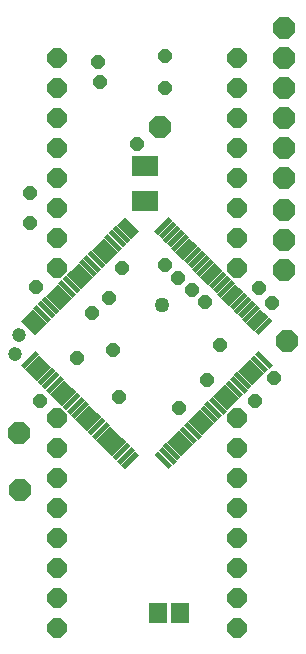
<source format=gbr>
G04 EAGLE Gerber RS-274X export*
G75*
%MOMM*%
%FSLAX34Y34*%
%LPD*%
%INSoldermask Top*%
%IPPOS*%
%AMOC8*
5,1,8,0,0,1.08239X$1,22.5*%
G01*
%ADD10R,2.203200X1.703200*%
%ADD11P,2.006968X8X22.500000*%
%ADD12R,1.703200X0.453200*%
%ADD13R,0.453200X1.703200*%
%ADD14P,1.787026X8X202.500000*%
%ADD15P,2.034460X8X22.500000*%
%ADD16P,2.034460X8X202.500000*%
%ADD17R,1.503200X1.803200*%
%ADD18P,1.292157X8X22.500000*%
%ADD19C,1.270000*%
%ADD20C,1.193800*%


D10*
X125413Y399338D03*
X125413Y429338D03*
D11*
X19050Y203200D03*
X19475Y155250D03*
X138113Y461963D03*
X246063Y280988D03*
D12*
G36*
X35629Y269677D02*
X23586Y257634D01*
X20381Y260839D01*
X32424Y272882D01*
X35629Y269677D01*
G37*
G36*
X39165Y266141D02*
X27122Y254098D01*
X23917Y257303D01*
X35960Y269346D01*
X39165Y266141D01*
G37*
G36*
X42700Y262606D02*
X30657Y250563D01*
X27452Y253768D01*
X39495Y265811D01*
X42700Y262606D01*
G37*
G36*
X46236Y259070D02*
X34193Y247027D01*
X30988Y250232D01*
X43031Y262275D01*
X46236Y259070D01*
G37*
G36*
X49771Y255535D02*
X37728Y243492D01*
X34523Y246697D01*
X46566Y258740D01*
X49771Y255535D01*
G37*
G36*
X53307Y251999D02*
X41264Y239956D01*
X38059Y243161D01*
X50102Y255204D01*
X53307Y251999D01*
G37*
G36*
X56842Y248464D02*
X44799Y236421D01*
X41594Y239626D01*
X53637Y251669D01*
X56842Y248464D01*
G37*
G36*
X60378Y244928D02*
X48335Y232885D01*
X45130Y236090D01*
X57173Y248133D01*
X60378Y244928D01*
G37*
G36*
X63913Y241393D02*
X51870Y229350D01*
X48665Y232555D01*
X60708Y244598D01*
X63913Y241393D01*
G37*
G36*
X67449Y237857D02*
X55406Y225814D01*
X52201Y229019D01*
X64244Y241062D01*
X67449Y237857D01*
G37*
G36*
X70984Y234322D02*
X58941Y222279D01*
X55736Y225484D01*
X67779Y237527D01*
X70984Y234322D01*
G37*
G36*
X74520Y230786D02*
X62477Y218743D01*
X59272Y221948D01*
X71315Y233991D01*
X74520Y230786D01*
G37*
G36*
X78055Y227250D02*
X66012Y215207D01*
X62807Y218412D01*
X74850Y230455D01*
X78055Y227250D01*
G37*
G36*
X81591Y223715D02*
X69548Y211672D01*
X66343Y214877D01*
X78386Y226920D01*
X81591Y223715D01*
G37*
G36*
X85127Y220179D02*
X73084Y208136D01*
X69879Y211341D01*
X81922Y223384D01*
X85127Y220179D01*
G37*
G36*
X88662Y216644D02*
X76619Y204601D01*
X73414Y207806D01*
X85457Y219849D01*
X88662Y216644D01*
G37*
G36*
X92198Y213108D02*
X80155Y201065D01*
X76950Y204270D01*
X88993Y216313D01*
X92198Y213108D01*
G37*
G36*
X95733Y209573D02*
X83690Y197530D01*
X80485Y200735D01*
X92528Y212778D01*
X95733Y209573D01*
G37*
G36*
X99269Y206037D02*
X87226Y193994D01*
X84021Y197199D01*
X96064Y209242D01*
X99269Y206037D01*
G37*
G36*
X102804Y202502D02*
X90761Y190459D01*
X87556Y193664D01*
X99599Y205707D01*
X102804Y202502D01*
G37*
G36*
X106340Y198966D02*
X94297Y186923D01*
X91092Y190128D01*
X103135Y202171D01*
X106340Y198966D01*
G37*
G36*
X109875Y195431D02*
X97832Y183388D01*
X94627Y186593D01*
X106670Y198636D01*
X109875Y195431D01*
G37*
G36*
X113411Y191895D02*
X101368Y179852D01*
X98163Y183057D01*
X110206Y195100D01*
X113411Y191895D01*
G37*
G36*
X116946Y188360D02*
X104903Y176317D01*
X101698Y179522D01*
X113741Y191565D01*
X116946Y188360D01*
G37*
G36*
X120482Y184824D02*
X108439Y172781D01*
X105234Y175986D01*
X117277Y188029D01*
X120482Y184824D01*
G37*
D13*
G36*
X148766Y175986D02*
X145561Y172781D01*
X133518Y184824D01*
X136723Y188029D01*
X148766Y175986D01*
G37*
G36*
X152302Y179522D02*
X149097Y176317D01*
X137054Y188360D01*
X140259Y191565D01*
X152302Y179522D01*
G37*
G36*
X155837Y183057D02*
X152632Y179852D01*
X140589Y191895D01*
X143794Y195100D01*
X155837Y183057D01*
G37*
G36*
X159373Y186593D02*
X156168Y183388D01*
X144125Y195431D01*
X147330Y198636D01*
X159373Y186593D01*
G37*
G36*
X162908Y190128D02*
X159703Y186923D01*
X147660Y198966D01*
X150865Y202171D01*
X162908Y190128D01*
G37*
G36*
X166444Y193664D02*
X163239Y190459D01*
X151196Y202502D01*
X154401Y205707D01*
X166444Y193664D01*
G37*
G36*
X169979Y197199D02*
X166774Y193994D01*
X154731Y206037D01*
X157936Y209242D01*
X169979Y197199D01*
G37*
G36*
X173515Y200735D02*
X170310Y197530D01*
X158267Y209573D01*
X161472Y212778D01*
X173515Y200735D01*
G37*
G36*
X177050Y204270D02*
X173845Y201065D01*
X161802Y213108D01*
X165007Y216313D01*
X177050Y204270D01*
G37*
G36*
X180586Y207806D02*
X177381Y204601D01*
X165338Y216644D01*
X168543Y219849D01*
X180586Y207806D01*
G37*
G36*
X184121Y211341D02*
X180916Y208136D01*
X168873Y220179D01*
X172078Y223384D01*
X184121Y211341D01*
G37*
G36*
X187657Y214877D02*
X184452Y211672D01*
X172409Y223715D01*
X175614Y226920D01*
X187657Y214877D01*
G37*
G36*
X191193Y218412D02*
X187988Y215207D01*
X175945Y227250D01*
X179150Y230455D01*
X191193Y218412D01*
G37*
G36*
X194728Y221948D02*
X191523Y218743D01*
X179480Y230786D01*
X182685Y233991D01*
X194728Y221948D01*
G37*
G36*
X198264Y225484D02*
X195059Y222279D01*
X183016Y234322D01*
X186221Y237527D01*
X198264Y225484D01*
G37*
G36*
X201799Y229019D02*
X198594Y225814D01*
X186551Y237857D01*
X189756Y241062D01*
X201799Y229019D01*
G37*
G36*
X205335Y232555D02*
X202130Y229350D01*
X190087Y241393D01*
X193292Y244598D01*
X205335Y232555D01*
G37*
G36*
X208870Y236090D02*
X205665Y232885D01*
X193622Y244928D01*
X196827Y248133D01*
X208870Y236090D01*
G37*
G36*
X212406Y239626D02*
X209201Y236421D01*
X197158Y248464D01*
X200363Y251669D01*
X212406Y239626D01*
G37*
G36*
X215941Y243161D02*
X212736Y239956D01*
X200693Y251999D01*
X203898Y255204D01*
X215941Y243161D01*
G37*
G36*
X219477Y246697D02*
X216272Y243492D01*
X204229Y255535D01*
X207434Y258740D01*
X219477Y246697D01*
G37*
G36*
X223012Y250232D02*
X219807Y247027D01*
X207764Y259070D01*
X210969Y262275D01*
X223012Y250232D01*
G37*
G36*
X226548Y253768D02*
X223343Y250563D01*
X211300Y262606D01*
X214505Y265811D01*
X226548Y253768D01*
G37*
G36*
X230083Y257303D02*
X226878Y254098D01*
X214835Y266141D01*
X218040Y269346D01*
X230083Y257303D01*
G37*
G36*
X233619Y260839D02*
X230414Y257634D01*
X218371Y269677D01*
X221576Y272882D01*
X233619Y260839D01*
G37*
D12*
G36*
X233619Y297961D02*
X221576Y285918D01*
X218371Y289123D01*
X230414Y301166D01*
X233619Y297961D01*
G37*
G36*
X230083Y301497D02*
X218040Y289454D01*
X214835Y292659D01*
X226878Y304702D01*
X230083Y301497D01*
G37*
G36*
X226548Y305032D02*
X214505Y292989D01*
X211300Y296194D01*
X223343Y308237D01*
X226548Y305032D01*
G37*
G36*
X223012Y308568D02*
X210969Y296525D01*
X207764Y299730D01*
X219807Y311773D01*
X223012Y308568D01*
G37*
G36*
X219477Y312103D02*
X207434Y300060D01*
X204229Y303265D01*
X216272Y315308D01*
X219477Y312103D01*
G37*
G36*
X215941Y315639D02*
X203898Y303596D01*
X200693Y306801D01*
X212736Y318844D01*
X215941Y315639D01*
G37*
G36*
X212406Y319174D02*
X200363Y307131D01*
X197158Y310336D01*
X209201Y322379D01*
X212406Y319174D01*
G37*
G36*
X208870Y322710D02*
X196827Y310667D01*
X193622Y313872D01*
X205665Y325915D01*
X208870Y322710D01*
G37*
G36*
X205335Y326245D02*
X193292Y314202D01*
X190087Y317407D01*
X202130Y329450D01*
X205335Y326245D01*
G37*
G36*
X201799Y329781D02*
X189756Y317738D01*
X186551Y320943D01*
X198594Y332986D01*
X201799Y329781D01*
G37*
G36*
X198264Y333316D02*
X186221Y321273D01*
X183016Y324478D01*
X195059Y336521D01*
X198264Y333316D01*
G37*
G36*
X194728Y336852D02*
X182685Y324809D01*
X179480Y328014D01*
X191523Y340057D01*
X194728Y336852D01*
G37*
G36*
X191193Y340388D02*
X179150Y328345D01*
X175945Y331550D01*
X187988Y343593D01*
X191193Y340388D01*
G37*
G36*
X187657Y343923D02*
X175614Y331880D01*
X172409Y335085D01*
X184452Y347128D01*
X187657Y343923D01*
G37*
G36*
X184121Y347459D02*
X172078Y335416D01*
X168873Y338621D01*
X180916Y350664D01*
X184121Y347459D01*
G37*
G36*
X180586Y350994D02*
X168543Y338951D01*
X165338Y342156D01*
X177381Y354199D01*
X180586Y350994D01*
G37*
G36*
X177050Y354530D02*
X165007Y342487D01*
X161802Y345692D01*
X173845Y357735D01*
X177050Y354530D01*
G37*
G36*
X173515Y358065D02*
X161472Y346022D01*
X158267Y349227D01*
X170310Y361270D01*
X173515Y358065D01*
G37*
G36*
X169979Y361601D02*
X157936Y349558D01*
X154731Y352763D01*
X166774Y364806D01*
X169979Y361601D01*
G37*
G36*
X166444Y365136D02*
X154401Y353093D01*
X151196Y356298D01*
X163239Y368341D01*
X166444Y365136D01*
G37*
G36*
X162908Y368672D02*
X150865Y356629D01*
X147660Y359834D01*
X159703Y371877D01*
X162908Y368672D01*
G37*
G36*
X159373Y372207D02*
X147330Y360164D01*
X144125Y363369D01*
X156168Y375412D01*
X159373Y372207D01*
G37*
G36*
X155837Y375743D02*
X143794Y363700D01*
X140589Y366905D01*
X152632Y378948D01*
X155837Y375743D01*
G37*
G36*
X152302Y379278D02*
X140259Y367235D01*
X137054Y370440D01*
X149097Y382483D01*
X152302Y379278D01*
G37*
G36*
X148766Y382814D02*
X136723Y370771D01*
X133518Y373976D01*
X145561Y386019D01*
X148766Y382814D01*
G37*
D13*
G36*
X120482Y373976D02*
X117277Y370771D01*
X105234Y382814D01*
X108439Y386019D01*
X120482Y373976D01*
G37*
G36*
X116946Y370440D02*
X113741Y367235D01*
X101698Y379278D01*
X104903Y382483D01*
X116946Y370440D01*
G37*
G36*
X113411Y366905D02*
X110206Y363700D01*
X98163Y375743D01*
X101368Y378948D01*
X113411Y366905D01*
G37*
G36*
X109875Y363369D02*
X106670Y360164D01*
X94627Y372207D01*
X97832Y375412D01*
X109875Y363369D01*
G37*
G36*
X106340Y359834D02*
X103135Y356629D01*
X91092Y368672D01*
X94297Y371877D01*
X106340Y359834D01*
G37*
G36*
X102804Y356298D02*
X99599Y353093D01*
X87556Y365136D01*
X90761Y368341D01*
X102804Y356298D01*
G37*
G36*
X99269Y352763D02*
X96064Y349558D01*
X84021Y361601D01*
X87226Y364806D01*
X99269Y352763D01*
G37*
G36*
X95733Y349227D02*
X92528Y346022D01*
X80485Y358065D01*
X83690Y361270D01*
X95733Y349227D01*
G37*
G36*
X92198Y345692D02*
X88993Y342487D01*
X76950Y354530D01*
X80155Y357735D01*
X92198Y345692D01*
G37*
G36*
X88662Y342156D02*
X85457Y338951D01*
X73414Y350994D01*
X76619Y354199D01*
X88662Y342156D01*
G37*
G36*
X85127Y338621D02*
X81922Y335416D01*
X69879Y347459D01*
X73084Y350664D01*
X85127Y338621D01*
G37*
G36*
X81591Y335085D02*
X78386Y331880D01*
X66343Y343923D01*
X69548Y347128D01*
X81591Y335085D01*
G37*
G36*
X78055Y331550D02*
X74850Y328345D01*
X62807Y340388D01*
X66012Y343593D01*
X78055Y331550D01*
G37*
G36*
X74520Y328014D02*
X71315Y324809D01*
X59272Y336852D01*
X62477Y340057D01*
X74520Y328014D01*
G37*
G36*
X70984Y324478D02*
X67779Y321273D01*
X55736Y333316D01*
X58941Y336521D01*
X70984Y324478D01*
G37*
G36*
X67449Y320943D02*
X64244Y317738D01*
X52201Y329781D01*
X55406Y332986D01*
X67449Y320943D01*
G37*
G36*
X63913Y317407D02*
X60708Y314202D01*
X48665Y326245D01*
X51870Y329450D01*
X63913Y317407D01*
G37*
G36*
X60378Y313872D02*
X57173Y310667D01*
X45130Y322710D01*
X48335Y325915D01*
X60378Y313872D01*
G37*
G36*
X56842Y310336D02*
X53637Y307131D01*
X41594Y319174D01*
X44799Y322379D01*
X56842Y310336D01*
G37*
G36*
X53307Y306801D02*
X50102Y303596D01*
X38059Y315639D01*
X41264Y318844D01*
X53307Y306801D01*
G37*
G36*
X49771Y303265D02*
X46566Y300060D01*
X34523Y312103D01*
X37728Y315308D01*
X49771Y303265D01*
G37*
G36*
X46236Y299730D02*
X43031Y296525D01*
X30988Y308568D01*
X34193Y311773D01*
X46236Y299730D01*
G37*
G36*
X42700Y296194D02*
X39495Y292989D01*
X27452Y305032D01*
X30657Y308237D01*
X42700Y296194D01*
G37*
G36*
X39165Y292659D02*
X35960Y289454D01*
X23917Y301497D01*
X27122Y304702D01*
X39165Y292659D01*
G37*
G36*
X35629Y289123D02*
X32424Y285918D01*
X20381Y297961D01*
X23586Y301166D01*
X35629Y289123D01*
G37*
D14*
X203200Y38100D03*
X203200Y63500D03*
X203200Y190500D03*
X203200Y215900D03*
X203200Y88900D03*
X203200Y114300D03*
X203200Y165100D03*
X203200Y139700D03*
X203200Y342900D03*
X203200Y368300D03*
X203200Y393700D03*
X203200Y419100D03*
X203200Y444500D03*
X203200Y469900D03*
X203200Y495300D03*
X203200Y520700D03*
X50800Y520700D03*
X50800Y495300D03*
X50800Y469900D03*
X50800Y444500D03*
X50800Y419100D03*
X50800Y393700D03*
X50800Y368300D03*
X50800Y342900D03*
X50800Y215900D03*
X50800Y190500D03*
X50800Y165100D03*
X50800Y139700D03*
X50800Y114300D03*
X50800Y88900D03*
X50800Y63500D03*
X50800Y38100D03*
D15*
X242888Y546100D03*
X242888Y520700D03*
X242888Y495300D03*
X242888Y469900D03*
X242888Y444500D03*
X242888Y419100D03*
D16*
X242888Y341313D03*
X242888Y366713D03*
X242888Y392113D03*
D17*
X155550Y50800D03*
X136550Y50800D03*
D18*
X68263Y266700D03*
X80963Y304292D03*
X153480Y334455D03*
X106109Y342900D03*
X103188Y233363D03*
X177800Y247650D03*
X154242Y223838D03*
X188913Y277813D03*
X119063Y447675D03*
X98425Y273050D03*
D19*
X139700Y311150D03*
D18*
X176213Y314325D03*
X233363Y312738D03*
X219075Y230188D03*
X234950Y249238D03*
X95250Y317500D03*
X222250Y325438D03*
X142367Y345567D03*
X33338Y327025D03*
D20*
X19050Y285750D03*
X15875Y269875D03*
D18*
X36513Y230188D03*
X28575Y381000D03*
X87313Y500063D03*
X85725Y517525D03*
X28575Y406400D03*
X142875Y522288D03*
X142875Y495300D03*
X165100Y323850D03*
M02*

</source>
